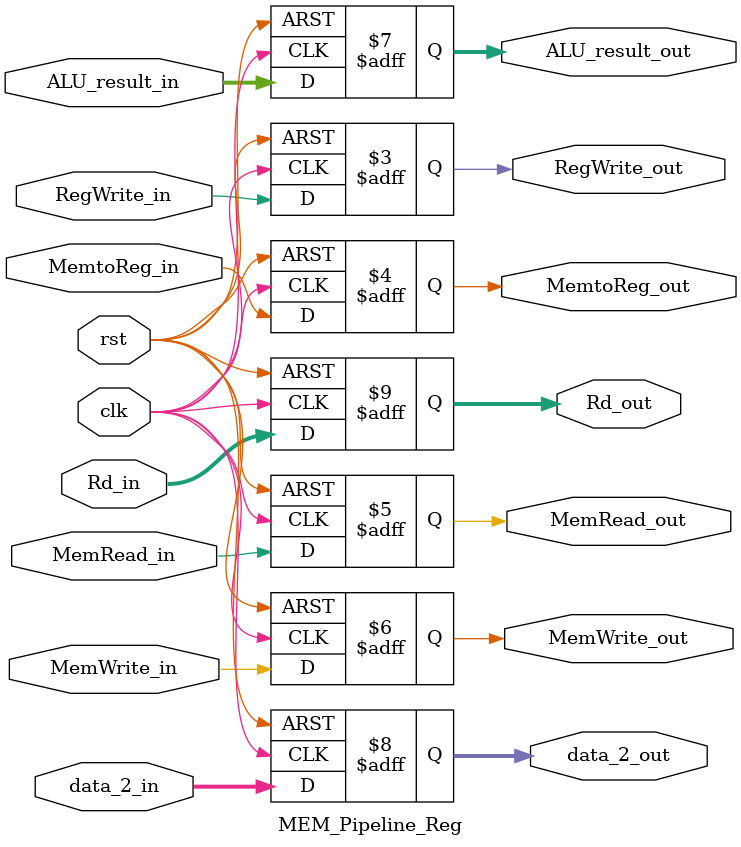
<source format=v>
module MEM_Pipeline_Reg
(   input                   clk,
    input                   rst,
    input                   RegWrite_in,
    input                   MemtoReg_in,
    input                   MemRead_in,
    input                   MemWrite_in,
    input           [31:0]  ALU_result_in,
    input           [31:0]  data_2_in,
    input           [4:0]   Rd_in,

    output  reg             RegWrite_out,
    output  reg             MemtoReg_out,
    output  reg             MemRead_out,
    output  reg             MemWrite_out,
    output  reg     [31:0]  ALU_result_out,
    output  reg     [31:0]  data_2_out,
    output  reg     [4:0]   Rd_out
);  // output data

always @(posedge clk or negedge rst) begin
    if (~rst) begin
        RegWrite_out        <= 1'h0;
        MemtoReg_out        <= 1'h0;
        MemRead_out         <= 1'h0;
        MemWrite_out        <= 1'h0;
        ALU_result_out      <= 32'h0;
        data_2_out          <= 32'h0;
        Rd_out              <= 32'h0;
    end 
    else begin
        RegWrite_out        <= RegWrite_in;
        MemtoReg_out        <= MemtoReg_in;
        MemRead_out         <= MemRead_in;
        MemWrite_out        <= MemWrite_in;
        ALU_result_out      <= ALU_result_in;
        data_2_out          <= data_2_in;
        Rd_out              <= Rd_in;
    end
end

endmodule
</source>
